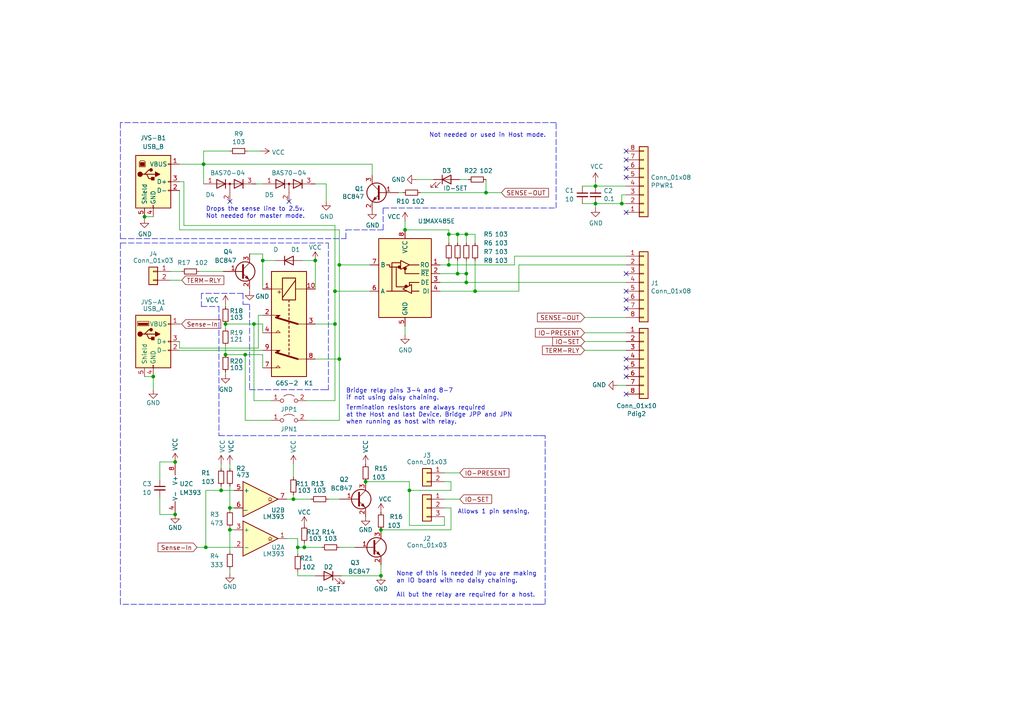
<source format=kicad_sch>
(kicad_sch (version 20211123) (generator eeschema)
  (paper "A4")
  (title_block (title "JVS I/O Sheild") (date "2022-10-13") (rev "1") (company "Naoki's Retro Corner"))
  (lib_symbols
    (symbol "Comparator:LM393" (pin_names (offset 0.127))
      (property "Reference" "U" (at 3.81 3.81 0))
      (property "Value" "LM393" (at 6.35 -3.81 0))
      (symbol "LM393_1_1"
        (polyline (pts (xy -5.08 5.08) (xy 5.08 0) (xy -5.08 -5.08) (xy -5.08 5.08)) (stroke (width 0.254)) (fill (type background)))
        (polyline (pts (xy 3.302 -0.508) (xy 2.794 -0.508) (xy 3.302 0) (xy 2.794 0.508) (xy 2.286 0) (xy 2.794 -0.508) (xy 2.286 -0.508)) (stroke (width 0.127)))
        (pin open_collector line (at 7.62 0 180) (length 2.54) (name "~") (number "1"))
        (pin input line (at -7.62 -2.54 0) (length 2.54) (name "-") (number "2"))
        (pin input line (at -7.62 2.54 0) (length 2.54) (name "+") (number "3"))
      )
      (symbol "LM393_2_1"
        (polyline (pts (xy -5.08 5.08) (xy 5.08 0) (xy -5.08 -5.08) (xy -5.08 5.08)) (stroke (width 0.254)) (fill (type background)))
        (polyline (pts (xy 3.302 -0.508) (xy 2.794 -0.508) (xy 3.302 0) (xy 2.794 0.508) (xy 2.286 0) (xy 2.794 -0.508) (xy 2.286 -0.508)) (stroke (width 0.127)))
        (pin input line (at -7.62 2.54 0) (length 2.54) (name "+") (number "5"))
        (pin input line (at -7.62 -2.54 0) (length 2.54) (name "_") (number "6"))
        (pin open_collector line (at 7.62 0 180) (length 2.54) (name "~") (number "7"))
      )
      (symbol "LM393_3_1"
        (pin power_in line (at -2.54 -7.62 90) (length 3.81) (name "V-") (number "4"))
        (pin power_in line (at -2.54 7.62 270) (length 3.81) (name "V+") (number "8"))
      )
    )
    (symbol "Connector:USB_A" (pin_names (offset 1.016))
      (property "Reference" "J" (at -5.08 11.43 0))
      (property "Value" "USB_A" (at -5.08 8.89 0))
      (symbol "USB_A_0_1"
        (rectangle (start -5.08 -7.62) (end 5.08 7.62) (stroke (width 0.254)) (fill (type background)))
        (circle (center -3.81 2.159) (radius 0.635) (stroke (width 0.254)) (fill (type outline)))
        (rectangle (start -1.524 4.826) (end -4.318 5.334) (fill (type outline)))
        (rectangle (start -1.27 4.572) (end -4.572 5.842))
        (circle (center -0.635 3.429) (radius 0.381) (stroke (width 0.254)) (fill (type outline)))
        (rectangle (start -0.127 -7.62) (end 0.127 -6.858))
        (polyline (pts (xy -3.175 2.159) (xy -2.54 2.159) (xy -1.27 3.429) (xy -0.635 3.429)) (stroke (width 0.254)))
        (polyline (pts (xy -2.54 2.159) (xy -1.905 2.159) (xy -1.27 0.889) (xy 0 0.889)) (stroke (width 0.254)))
        (polyline (pts (xy 0.635 2.794) (xy 0.635 1.524) (xy 1.905 2.159) (xy 0.635 2.794)) (stroke (width 0.254)) (fill (type outline)))
        (rectangle (start 0.254 1.27) (end -0.508 0.508) (stroke (width 0.254)) (fill (type outline)))
        (rectangle (start 5.08 -2.667) (end 4.318 -2.413))
        (rectangle (start 5.08 -0.127) (end 4.318 0.127))
        (rectangle (start 5.08 4.953) (end 4.318 5.207))
      )
      (symbol "USB_A_1_1"
        (polyline (pts (xy -1.905 2.159) (xy 0.635 2.159)) (stroke (width 0.254)))
        (pin power_in line (at 7.62 5.08 180) (length 2.54) (name "VBUS") (number "1"))
        (pin bidirectional line (at 7.62 -2.54 180) (length 2.54) (name "D-") (number "2"))
        (pin bidirectional line (at 7.62 0 180) (length 2.54) (name "D+") (number "3"))
        (pin power_in line (at 0 -10.16 90) (length 2.54) (name "GND") (number "4"))
        (pin passive line (at -2.54 -10.16 90) (length 2.54) (name "Shield") (number "5"))
      )
    )
    (symbol "Connector:USB_B" (pin_names (offset 1.016))
      (property "Reference" "J" (at -5.08 11.43 0))
      (property "Value" "USB_B" (at -5.08 8.89 0))
      (symbol "USB_B_0_1"
        (rectangle (start -5.08 -7.62) (end 5.08 7.62) (stroke (width 0.254)) (fill (type background)))
        (circle (center -3.81 2.159) (radius 0.635) (stroke (width 0.254)) (fill (type outline)))
        (rectangle (start -3.81 5.588) (end -2.54 4.572) (fill (type outline)))
        (circle (center -0.635 3.429) (radius 0.381) (stroke (width 0.254)) (fill (type outline)))
        (rectangle (start -0.127 -7.62) (end 0.127 -6.858))
        (polyline (pts (xy -1.905 2.159) (xy 0.635 2.159)) (stroke (width 0.254)))
        (polyline (pts (xy -3.175 2.159) (xy -2.54 2.159) (xy -1.27 3.429) (xy -0.635 3.429)) (stroke (width 0.254)))
        (polyline (pts (xy -2.54 2.159) (xy -1.905 2.159) (xy -1.27 0.889) (xy 0 0.889)) (stroke (width 0.254)))
        (polyline (pts (xy 0.635 2.794) (xy 0.635 1.524) (xy 1.905 2.159) (xy 0.635 2.794)) (stroke (width 0.254)) (fill (type outline)))
        (polyline (pts (xy -4.064 4.318) (xy -2.286 4.318) (xy -2.286 5.715) (xy -2.667 6.096) (xy -3.683 6.096) (xy -4.064 5.715) (xy -4.064 4.318)))
        (rectangle (start 0.254 1.27) (end -0.508 0.508) (stroke (width 0.254)) (fill (type outline)))
        (rectangle (start 5.08 -2.667) (end 4.318 -2.413))
        (rectangle (start 5.08 -0.127) (end 4.318 0.127))
        (rectangle (start 5.08 4.953) (end 4.318 5.207))
      )
      (symbol "USB_B_1_1"
        (pin power_out line (at 7.62 5.08 180) (length 2.54) (name "VBUS") (number "1"))
        (pin bidirectional line (at 7.62 -2.54 180) (length 2.54) (name "D-") (number "2"))
        (pin bidirectional line (at 7.62 0 180) (length 2.54) (name "D+") (number "3"))
        (pin power_out line (at 0 -10.16 90) (length 2.54) (name "GND") (number "4"))
        (pin passive line (at -2.54 -10.16 90) (length 2.54) (name "Shield") (number "5"))
      )
    )
    (symbol "Connector_Generic:Conn_01x02" (pin_names (offset 1.016) hide)
      (property "Reference" "J" (at 0 2.54 0))
      (property "Value" "Conn_01x02" (at 0 -5.08 0))
      (symbol "Conn_01x02_1_1"
        (rectangle (start -1.27 -2.413) (end 0 -2.667) (stroke (width 0.1524)))
        (rectangle (start -1.27 0.127) (end 0 -0.127) (stroke (width 0.1524)))
        (rectangle (start -1.27 1.27) (end 1.27 -3.81) (stroke (width 0.254)) (fill (type background)))
        (pin passive line (at -5.08 0 0) (length 3.81) (name "Pin_1") (number "1"))
        (pin passive line (at -5.08 -2.54 0) (length 3.81) (name "Pin_2") (number "2"))
      )
    )
    (symbol "Connector_Generic:Conn_01x03" (pin_names (offset 1.016) hide)
      (property "Reference" "J" (at 0 5.08 0))
      (property "Value" "Conn_01x03" (at 0 -5.08 0))
      (symbol "Conn_01x03_1_1"
        (rectangle (start -1.27 -2.413) (end 0 -2.667) (stroke (width 0.1524)))
        (rectangle (start -1.27 0.127) (end 0 -0.127) (stroke (width 0.1524)))
        (rectangle (start -1.27 2.667) (end 0 2.413) (stroke (width 0.1524)))
        (rectangle (start -1.27 3.81) (end 1.27 -3.81) (stroke (width 0.254)) (fill (type background)))
        (pin passive line (at -5.08 2.54 0) (length 3.81) (name "Pin_1") (number "1"))
        (pin passive line (at -5.08 0 0) (length 3.81) (name "Pin_2") (number "2"))
        (pin passive line (at -5.08 -2.54 0) (length 3.81) (name "Pin_3") (number "3"))
      )
    )
    (symbol "Connector_Generic:Conn_01x08" (pin_names (offset 1.016) hide)
      (property "Reference" "J" (at 0 10.16 0))
      (property "Value" "Conn_01x08" (at 0 -12.7 0))
      (symbol "Conn_01x08_1_1"
        (rectangle (start -1.27 -10.033) (end 0 -10.287) (stroke (width 0.1524)))
        (rectangle (start -1.27 -7.493) (end 0 -7.747) (stroke (width 0.1524)))
        (rectangle (start -1.27 -4.953) (end 0 -5.207) (stroke (width 0.1524)))
        (rectangle (start -1.27 -2.413) (end 0 -2.667) (stroke (width 0.1524)))
        (rectangle (start -1.27 0.127) (end 0 -0.127) (stroke (width 0.1524)))
        (rectangle (start -1.27 2.667) (end 0 2.413) (stroke (width 0.1524)))
        (rectangle (start -1.27 5.207) (end 0 4.953) (stroke (width 0.1524)))
        (rectangle (start -1.27 7.747) (end 0 7.493) (stroke (width 0.1524)))
        (rectangle (start -1.27 8.89) (end 1.27 -11.43) (stroke (width 0.254)) (fill (type background)))
        (pin passive line (at -5.08 7.62 0) (length 3.81) (name "Pin_1") (number "1"))
        (pin passive line (at -5.08 5.08 0) (length 3.81) (name "Pin_2") (number "2"))
        (pin passive line (at -5.08 2.54 0) (length 3.81) (name "Pin_3") (number "3"))
        (pin passive line (at -5.08 0 0) (length 3.81) (name "Pin_4") (number "4"))
        (pin passive line (at -5.08 -2.54 0) (length 3.81) (name "Pin_5") (number "5"))
        (pin passive line (at -5.08 -5.08 0) (length 3.81) (name "Pin_6") (number "6"))
        (pin passive line (at -5.08 -7.62 0) (length 3.81) (name "Pin_7") (number "7"))
        (pin passive line (at -5.08 -10.16 0) (length 3.81) (name "Pin_8") (number "8"))
      )
    )
    (symbol "Device:C_Small" (pin_numbers hide) (pin_names (offset 0.254) hide)
      (property "Reference" "C" (at 0.254 1.778 0))
      (property "Value" "C_Small" (at 0.254 -2.032 0))
      (symbol "C_Small_0_1"
        (polyline (pts (xy -1.524 -0.508) (xy 1.524 -0.508)) (stroke (width 0.3302)))
        (polyline (pts (xy -1.524 0.508) (xy 1.524 0.508)) (stroke (width 0.3048)))
      )
      (symbol "C_Small_1_1"
        (pin passive line (at 0 2.54 270) (length 2.032) (name "~") (number "1"))
        (pin passive line (at 0 -2.54 90) (length 2.032) (name "~") (number "2"))
      )
    )
    (symbol "Device:D" (pin_numbers hide) (pin_names (offset 1.016) hide)
      (property "Reference" "D" (at 0 2.54 0))
      (property "Value" "D" (at 0 -2.54 0))
      (symbol "D_0_1"
        (polyline (pts (xy -1.27 1.27) (xy -1.27 -1.27)) (stroke (width 0.254)))
        (polyline (pts (xy 1.27 0) (xy -1.27 0)))
        (polyline (pts (xy 1.27 1.27) (xy 1.27 -1.27) (xy -1.27 0) (xy 1.27 1.27)) (stroke (width 0.254)))
      )
      (symbol "D_1_1"
        (pin passive line (at -3.81 0 0) (length 2.54) (name "K") (number "1"))
        (pin passive line (at 3.81 0 180) (length 2.54) (name "A") (number "2"))
      )
    )
    (symbol "Device:D_Dual_Series_ACK" (pin_names (offset 0.762) hide)
      (property "Reference" "D" (at 1.27 -2.54 0))
      (property "Value" "D_Dual_Series_ACK" (at 0 2.54 0))
      (symbol "D_Dual_Series_ACK_0_1"
        (polyline (pts (xy 0 0) (xy 0 -2.54)))
        (polyline (pts (xy 3.81 0) (xy -3.81 0)))
        (polyline (pts (xy 6.35 0) (xy 7.62 0)))
        (polyline (pts (xy -1.27 -1.27) (xy -1.27 1.27) (xy -1.27 1.27)) (stroke (width 0.254)))
        (polyline (pts (xy 3.81 1.27) (xy 3.81 -1.27) (xy 3.81 -1.27)) (stroke (width 0.254)))
        (polyline (pts (xy -3.81 1.27) (xy -1.27 0) (xy -3.81 -1.27) (xy -3.81 1.27) (xy -3.81 1.27) (xy -3.81 1.27)) (stroke (width 0.254)))
        (polyline (pts (xy 1.27 1.27) (xy 3.81 0) (xy 1.27 -1.27) (xy 1.27 1.27) (xy 1.27 1.27) (xy 1.27 1.27)) (stroke (width 0.254)))
        (circle (center 0 0) (radius 0.254) (fill (type outline)))
        (pin passive line (at -7.62 0 0) (length 3.81) (name "A") (number "1"))
        (pin passive line (at 0 -5.08 90) (length 2.54) (name "common") (number "2"))
        (pin passive line (at 7.62 0 180) (length 3.81) (name "K") (number "3"))
      )
    )
    (symbol "Device:LED" (pin_numbers hide) (pin_names (offset 1.016) hide)
      (property "Reference" "D" (at 0 2.54 0))
      (property "Value" "LED" (at 0 -2.54 0))
      (symbol "LED_0_1"
        (polyline (pts (xy -1.27 -1.27) (xy -1.27 1.27)) (stroke (width 0.254)))
        (polyline (pts (xy -1.27 0) (xy 1.27 0)))
        (polyline (pts (xy 1.27 -1.27) (xy 1.27 1.27) (xy -1.27 0) (xy 1.27 -1.27)) (stroke (width 0.254)))
        (polyline (pts (xy -3.048 -0.762) (xy -4.572 -2.286) (xy -3.81 -2.286) (xy -4.572 -2.286) (xy -4.572 -1.524)))
        (polyline (pts (xy -1.778 -0.762) (xy -3.302 -2.286) (xy -2.54 -2.286) (xy -3.302 -2.286) (xy -3.302 -1.524)))
      )
      (symbol "LED_1_1"
        (pin passive line (at -3.81 0 0) (length 2.54) (name "K") (number "1"))
        (pin passive line (at 3.81 0 180) (length 2.54) (name "A") (number "2"))
      )
    )
    (symbol "Device:R_Small" (pin_numbers hide) (pin_names (offset 0.254) hide)
      (property "Reference" "R" (at 0.762 0.508 0))
      (property "Value" "R_Small" (at 0.762 -1.016 0))
      (symbol "R_Small_0_1"
        (rectangle (start -0.762 1.778) (end 0.762 -1.778) (stroke (width 0.2032)))
      )
      (symbol "R_Small_1_1"
        (pin passive line (at 0 2.54 270) (length 0.762) (name "~") (number "1"))
        (pin passive line (at 0 -2.54 90) (length 0.762) (name "~") (number "2"))
      )
    )
    (symbol "Interface_UART:MAX485E"
      (property "Reference" "U" (at -6.096 11.43 0))
      (property "Value" "MAX485E" (at 0.762 11.43 0))
      (symbol "MAX485E_0_1"
        (rectangle (start -7.62 10.16) (end 7.62 -12.7) (stroke (width 0.254)) (fill (type background)))
        (circle (center -0.3048 -3.683) (radius 0.3556) (stroke (width 0.254)) (fill (type outline)))
        (circle (center -0.0254 1.4986) (radius 0.3556) (stroke (width 0.254)) (fill (type outline)))
        (polyline (pts (xy -4.064 -5.08) (xy -1.905 -5.08)) (stroke (width 0.254)))
        (polyline (pts (xy -4.064 2.54) (xy -1.27 2.54)) (stroke (width 0.254)))
        (polyline (pts (xy -1.27 -3.2004) (xy -1.27 -3.4544)) (stroke (width 0.254)))
        (polyline (pts (xy -0.635 -5.08) (xy 5.334 -5.08)) (stroke (width 0.254)))
        (polyline (pts (xy -4.064 -2.54) (xy -1.27 -2.54) (xy -1.27 -3.175)) (stroke (width 0.254)))
        (polyline (pts (xy 0 1.27) (xy 0 0) (xy -4.064 0)) (stroke (width 0.254)))
        (polyline (pts (xy 1.27 3.175) (xy 3.81 3.175) (xy 3.81 -5.08)) (stroke (width 0.254)))
        (polyline (pts (xy 2.54 1.905) (xy 2.54 -3.81) (xy 0 -3.81)) (stroke (width 0.254)))
        (polyline (pts (xy -1.905 -3.175) (xy -1.905 -5.715) (xy 0.635 -4.445) (xy -1.905 -3.175)) (stroke (width 0.254)))
        (polyline (pts (xy -1.27 2.54) (xy 1.27 3.81) (xy 1.27 1.27) (xy -1.27 2.54)) (stroke (width 0.254)))
        (polyline (pts (xy 1.905 1.905) (xy 4.445 1.905) (xy 4.445 2.54) (xy 5.334 2.54)) (stroke (width 0.254)))
        (rectangle (start 1.27 3.175) (end 1.27 3.175))
        (circle (center 1.651 1.905) (radius 0.3556) (stroke (width 0.254)) (fill (type outline)))
      )
      (symbol "MAX485E_1_1"
        (pin output line (at -10.16 2.54 0) (length 2.54) (name "RO") (number "1"))
        (pin input line (at -10.16 0 0) (length 2.54) (name "~{RE}") (number "2"))
        (pin input line (at -10.16 -2.54 0) (length 2.54) (name "DE") (number "3"))
        (pin input line (at -10.16 -5.08 0) (length 2.54) (name "DI") (number "4"))
        (pin power_in line (at 0 -15.24 90) (length 2.54) (name "GND") (number "5"))
        (pin bidirectional line (at 10.16 -5.08 180) (length 2.54) (name "A") (number "6"))
        (pin bidirectional line (at 10.16 2.54 180) (length 2.54) (name "B") (number "7"))
        (pin power_in line (at 0 12.7 270) (length 2.54) (name "VCC") (number "8"))
      )
    )
    (symbol "Jumper:Jumper_2_Open" (pin_names (offset 0) hide)
      (property "Reference" "JP" (at 0 2.794 0))
      (property "Value" "Jumper_2_Open" (at 0 -2.286 0))
      (symbol "Jumper_2_Open_0_0"
        (circle (center -2.032 0) (radius 0.508))
        (circle (center 2.032 0) (radius 0.508))
      )
      (symbol "Jumper_2_Open_0_1"
        (arc (start 1.524 1.27) (mid 0 1.778) (end -1.524 1.27))
      )
      (symbol "Jumper_2_Open_1_1"
        (pin passive line (at -5.08 0 0) (length 2.54) (name "A") (number "1"))
        (pin passive line (at 5.08 0 180) (length 2.54) (name "B") (number "2"))
      )
    )
    (symbol "Relay:G6H-2"
      (property "Reference" "K1" (at 0 20.955 90))
      (property "Value" "G6S-2" (at 0 18.415 90))
      (symbol "G6H-2_0_0"
        (text "+" (at -9.271 2.921 0) (effects (font (size 1.27 1.27))))
      )
      (symbol "G6H-2_0_1"
        (rectangle (start -15.24 5.08) (end 15.24 -5.08) (stroke (width 0.254)) (fill (type background)))
        (rectangle (start -13.335 1.905) (end -6.985 -1.905) (stroke (width 0.254)))
        (polyline (pts (xy -12.7 -1.905) (xy -7.62 1.905)) (stroke (width 0.254)))
        (polyline (pts (xy -10.16 -5.08) (xy -10.16 -1.905)))
        (polyline (pts (xy -10.16 5.08) (xy -10.16 1.905)))
        (polyline (pts (xy -6.985 0) (xy -6.35 0)) (stroke (width 0.254)))
        (polyline (pts (xy -5.715 0) (xy -5.08 0)) (stroke (width 0.254)))
        (polyline (pts (xy -4.445 0) (xy -3.81 0)) (stroke (width 0.254)))
        (polyline (pts (xy -3.175 0) (xy -2.54 0)) (stroke (width 0.254)))
        (polyline (pts (xy -1.905 0) (xy -1.27 0)) (stroke (width 0.254)))
        (polyline (pts (xy -0.635 0) (xy 0 0)) (stroke (width 0.254)))
        (polyline (pts (xy 0 -2.54) (xy -1.905 3.81)) (stroke (width 0.508)))
        (polyline (pts (xy 0 -2.54) (xy 0 -5.08)))
        (polyline (pts (xy 0.635 0) (xy 1.27 0)) (stroke (width 0.254)))
        (polyline (pts (xy 1.905 0) (xy 2.54 0)) (stroke (width 0.254)))
        (polyline (pts (xy 3.175 0) (xy 3.81 0)) (stroke (width 0.254)))
        (polyline (pts (xy 4.445 0) (xy 5.08 0)) (stroke (width 0.254)))
        (polyline (pts (xy 5.715 0) (xy 6.35 0)) (stroke (width 0.254)))
        (polyline (pts (xy 6.985 0) (xy 7.62 0)) (stroke (width 0.254)))
        (polyline (pts (xy 8.255 0) (xy 8.89 0)) (stroke (width 0.254)))
        (polyline (pts (xy 10.16 -2.54) (xy 8.255 3.81)) (stroke (width 0.508)))
        (polyline (pts (xy 10.16 -2.54) (xy 10.16 -5.08)))
        (polyline (pts (xy -2.54 5.08) (xy -2.54 2.54) (xy -1.905 3.175) (xy -2.54 3.81)) (fill (type outline)))
        (polyline (pts (xy 2.54 5.08) (xy 2.54 2.54) (xy 1.905 3.175) (xy 2.54 3.81)))
        (polyline (pts (xy 7.62 5.08) (xy 7.62 2.54) (xy 8.255 3.175) (xy 7.62 3.81)) (fill (type outline)))
        (polyline (pts (xy 12.7 5.08) (xy 12.7 2.54) (xy 12.065 3.175) (xy 12.7 3.81)))
      )
      (symbol "G6H-2_1_1"
        (pin passive line (at -10.16 7.62 270) (length 2.54) (name "~") (number "1"))
        (pin passive line (at -10.16 -7.62 90) (length 2.54) (name "~") (number "10"))
        (pin passive line (at -2.54 7.62 270) (length 2.54) (name "~") (number "2"))
        (pin passive line (at 0 -7.62 90) (length 2.54) (name "~") (number "3"))
        (pin passive line (at 2.54 7.62 270) (length 2.54) (name "~") (number "4"))
        (pin passive line (at 12.7 7.62 270) (length 2.54) (name "~") (number "7"))
        (pin passive line (at 10.16 -7.62 90) (length 2.54) (name "~") (number "8"))
        (pin passive line (at 7.62 7.62 270) (length 2.54) (name "~") (number "9"))
      )
    )
    (symbol "Transistor_BJT:BC847" (pin_names (offset 0) hide)
      (property "Reference" "Q" (at 5.08 1.905 0))
      (property "Value" "BC847" (at 5.08 0 0))
      (symbol "BC847_0_1"
        (polyline (pts (xy 0.635 0.635) (xy 2.54 2.54)))
        (polyline (pts (xy 0.635 -0.635) (xy 2.54 -2.54) (xy 2.54 -2.54)))
        (polyline (pts (xy 0.635 1.905) (xy 0.635 -1.905) (xy 0.635 -1.905)) (stroke (width 0.508)))
        (polyline (pts (xy 1.27 -1.778) (xy 1.778 -1.27) (xy 2.286 -2.286) (xy 1.27 -1.778) (xy 1.27 -1.778)) (fill (type outline)))
        (circle (center 1.27 0) (radius 2.8194) (stroke (width 0.254)))
      )
      (symbol "BC847_1_1"
        (pin input line (at -5.08 0 0) (length 5.715) (name "B") (number "1"))
        (pin passive line (at 2.54 -5.08 90) (length 2.54) (name "E") (number "2"))
        (pin passive line (at 2.54 5.08 270) (length 2.54) (name "C") (number "3"))
      )
    )
    (symbol "power:GND" (power) (pin_names (offset 0))
      (property "Value" "GND" (at 0 -3.81 0))
      (symbol "GND_0_1"
        (polyline (pts (xy 0 0) (xy 0 -1.27) (xy 1.27 -1.27) (xy 0 -2.54) (xy -1.27 -1.27) (xy 0 -1.27)))
      )
      (symbol "GND_1_1"
        (pin power_in line (at 0 0 270) (length 0) hide (name "GND") (number "1"))
      )
    )
    (symbol "power:VCC" (power) (pin_names (offset 0))
      (property "Value" "VCC" (at 0 3.81 0))
      (symbol "VCC_0_1"
        (polyline (pts (xy -0.762 1.27) (xy 0 2.54)))
        (polyline (pts (xy 0 0) (xy 0 2.54)))
        (polyline (pts (xy 0 2.54) (xy 0.762 1.27)))
      )
      (symbol "VCC_1_1"
        (pin power_in line (at 0 0 90) (length 0) hide (name "VCC") (number "1"))
      )
    )
  )
  (junction (at 130.175 76.835))
  (junction (at 88.265 158.75))
  (junction (at 59.69 158.75))
  (junction (at 85.09 144.78))
  (junction (at 180.34 59.055))
  (junction (at 65.405 102.87))
  (junction (at 41.91 62.865))
  (junction (at 86.36 158.75))
  (junction (at 65.405 93.98))
  (junction (at 135.255 67.945))
  (junction (at 98.425 76.835))
  (junction (at 50.8 133.985))
  (junction (at 66.675 147.32))
  (junction (at 91.44 75.565))
  (junction (at 135.255 79.375))
  (junction (at 97.155 84.455))
  (junction (at 110.49 167.005))
  (junction (at 130.175 67.945))
  (junction (at 140.97 55.88))
  (junction (at 71.12 102.87))
  (junction (at 172.72 59.055))
  (junction (at 44.45 109.22))
  (junction (at 66.675 153.67))
  (junction (at 50.8 149.225))
  (junction (at 135.255 81.915))
  (junction (at 98.425 104.14))
  (junction (at 172.72 53.975))
  (junction (at 97.155 93.98))
  (junction (at 106.045 139.7))
  (junction (at 132.715 67.945))
  (junction (at 73.66 93.98))
  (junction (at 64.135 142.24))
  (junction (at 59.055 47.625))
  (junction (at 110.49 153.67))
  (junction (at 137.795 84.455))
  (junction (at 76.2 75.565))
  (junction (at 118.745 142.24))
  (junction (at 132.715 79.375))
  (junction (at 117.475 66.675))
  (no_connect (at 181.61 61.595))
  (no_connect (at 181.61 109.22))
  (no_connect (at 181.61 106.68))
  (no_connect (at 181.61 84.455))
  (no_connect (at 181.61 43.815))
  (no_connect (at 181.61 89.535))
  (no_connect (at 181.61 46.355))
  (no_connect (at 181.61 114.3))
  (no_connect (at 181.61 104.14))
  (no_connect (at 181.61 79.375))
  (no_connect (at 181.61 51.435))
  (no_connect (at 181.61 86.995))
  (no_connect (at 83.82 58.42))
  (no_connect (at 66.675 58.42))
  (no_connect (at 181.61 48.895))
  (wire (pts (xy 130.81 147.32) (xy 130.81 153.67)))
  (wire (pts (xy 52.07 93.98) (xy 52.705 93.98)))
  (wire (pts (xy 91.44 53.34) (xy 94.615 53.34)))
  (wire (pts (xy 135.255 79.375) (xy 135.255 75.565)))
  (polyline (pts (xy 70.485 85.09) (xy 70.485 88.265)))
  (wire (pts (xy 52.07 101.6) (xy 76.2 101.6)))
  (wire (pts (xy 117.475 66.675) (xy 130.175 66.675)))
  (wire (pts (xy 72.39 83.82) (xy 72.39 84.455)))
  (wire (pts (xy 64.135 134.62) (xy 64.135 135.89)))
  (wire (pts (xy 57.785 78.74) (xy 64.77 78.74)))
  (wire (pts (xy 78.74 116.205) (xy 73.66 116.205)))
  (wire (pts (xy 180.34 56.515) (xy 181.61 56.515)))
  (wire (pts (xy 66.675 134.62) (xy 66.675 135.89)))
  (wire (pts (xy 66.675 166.37) (xy 66.675 165.1)))
  (wire (pts (xy 110.49 153.67) (xy 130.81 153.67)))
  (wire (pts (xy 74.295 53.34) (xy 76.2 53.34)))
  (wire (pts (xy 94.615 53.34) (xy 94.615 58.42)))
  (polyline (pts (xy 100.33 66.675) (xy 111.125 66.675)))
  (polyline (pts (xy 111.125 60.325) (xy 161.29 60.325)))
  (wire (pts (xy 66.675 153.67) (xy 67.945 153.67)))
  (wire (pts (xy 107.95 47.625) (xy 107.95 50.8)))
  (wire (pts (xy 67.945 147.32) (xy 66.675 147.32)))
  (wire (pts (xy 59.69 142.24) (xy 59.69 158.75)))
  (wire (pts (xy 135.255 81.915) (xy 181.61 81.915)))
  (wire (pts (xy 65.405 93.98) (xy 65.405 95.25)))
  (wire (pts (xy 53.34 65.405) (xy 53.34 52.705)))
  (polyline (pts (xy 156.21 175.26) (xy 158.115 175.26)))
  (wire (pts (xy 41.91 62.865) (xy 41.91 63.5)))
  (wire (pts (xy 74.93 91.44) (xy 74.93 100.965)))
  (wire (pts (xy 76.2 93.98) (xy 76.2 96.52)))
  (wire (pts (xy 130.81 139.7) (xy 128.905 139.7)))
  (wire (pts (xy 98.425 158.75) (xy 102.87 158.75)))
  (wire (pts (xy 74.93 91.44) (xy 76.2 91.44)))
  (wire (pts (xy 121.92 55.88) (xy 140.97 55.88)))
  (polyline (pts (xy 70.485 88.265) (xy 72.39 88.265)))
  (wire (pts (xy 128.905 137.16) (xy 133.35 137.16)))
  (wire (pts (xy 88.265 157.48) (xy 88.265 158.75)))
  (wire (pts (xy 132.715 67.945) (xy 132.715 70.485)))
  (wire (pts (xy 65.405 107.95) (xy 65.405 108.585)))
  (wire (pts (xy 169.545 101.6) (xy 181.61 101.6)))
  (wire (pts (xy 59.055 43.815) (xy 66.675 43.815)))
  (wire (pts (xy 52.07 47.625) (xy 59.055 47.625)))
  (polyline (pts (xy 70.485 85.09) (xy 58.42 85.09)))
  (wire (pts (xy 110.49 163.83) (xy 110.49 167.005)))
  (wire (pts (xy 135.255 67.945) (xy 132.715 67.945)))
  (polyline (pts (xy 72.39 88.265) (xy 72.39 113.03)))
  (wire (pts (xy 66.675 147.32) (xy 66.675 147.955)))
  (wire (pts (xy 150.495 84.455) (xy 137.795 84.455)))
  (wire (pts (xy 137.795 84.455) (xy 137.795 75.565)))
  (wire (pts (xy 135.255 70.485) (xy 135.255 67.945)))
  (wire (pts (xy 65.405 88.265) (xy 65.405 88.9)))
  (wire (pts (xy 172.72 59.055) (xy 172.72 60.325)))
  (wire (pts (xy 46.355 133.985) (xy 46.355 139.065)))
  (wire (pts (xy 117.475 97.155) (xy 117.475 94.615)))
  (wire (pts (xy 130.81 142.24) (xy 130.81 139.7)))
  (polyline (pts (xy 34.925 77.47) (xy 34.925 175.26)))
  (wire (pts (xy 71.12 102.87) (xy 65.405 102.87)))
  (wire (pts (xy 85.09 134.62) (xy 85.09 138.43)))
  (wire (pts (xy 140.97 55.88) (xy 145.415 55.88)))
  (wire (pts (xy 85.09 144.78) (xy 90.17 144.78)))
  (wire (pts (xy 137.795 67.945) (xy 135.255 67.945)))
  (polyline (pts (xy 156.21 175.26) (xy 34.925 175.26)))
  (wire (pts (xy 97.155 65.405) (xy 97.155 84.455)))
  (wire (pts (xy 49.53 81.28) (xy 52.705 81.28)))
  (polyline (pts (xy 63.5 126.365) (xy 95.25 126.365)))
  (wire (pts (xy 97.155 84.455) (xy 107.315 84.455)))
  (wire (pts (xy 169.545 99.06) (xy 181.61 99.06)))
  (wire (pts (xy 91.44 75.565) (xy 87.63 75.565)))
  (wire (pts (xy 172.72 59.055) (xy 180.34 59.055)))
  (polyline (pts (xy 34.925 70.485) (xy 95.25 70.485)))
  (wire (pts (xy 52.07 100.965) (xy 74.93 100.965)))
  (wire (pts (xy 130.175 67.945) (xy 132.715 67.945)))
  (wire (pts (xy 41.91 62.865) (xy 44.45 62.865)))
  (wire (pts (xy 128.905 144.78) (xy 133.35 144.78)))
  (polyline (pts (xy 34.925 35.56) (xy 34.925 69.215)))
  (wire (pts (xy 72.39 73.66) (xy 76.2 73.66)))
  (wire (pts (xy 64.135 142.24) (xy 67.945 142.24)))
  (wire (pts (xy 49.53 78.74) (xy 52.705 78.74)))
  (wire (pts (xy 181.61 111.76) (xy 179.07 111.76)))
  (wire (pts (xy 76.2 75.565) (xy 80.01 75.565)))
  (wire (pts (xy 88.265 158.75) (xy 93.345 158.75)))
  (wire (pts (xy 117.475 64.135) (xy 117.475 66.675)))
  (wire (pts (xy 169.545 92.075) (xy 181.61 92.075)))
  (polyline (pts (xy 158.115 126.365) (xy 156.21 126.365)))
  (wire (pts (xy 65.405 100.33) (xy 65.405 102.87)))
  (wire (pts (xy 59.055 43.815) (xy 59.055 47.625)))
  (wire (pts (xy 118.745 142.24) (xy 130.81 142.24)))
  (wire (pts (xy 150.495 76.835) (xy 181.61 76.835)))
  (wire (pts (xy 132.715 79.375) (xy 132.715 75.565)))
  (wire (pts (xy 86.36 158.75) (xy 88.265 158.75)))
  (wire (pts (xy 41.91 109.22) (xy 44.45 109.22)))
  (polyline (pts (xy 72.39 113.03) (xy 95.25 113.03)))
  (wire (pts (xy 59.055 47.625) (xy 59.055 53.34)))
  (wire (pts (xy 127.635 81.915) (xy 135.255 81.915)))
  (wire (pts (xy 64.135 140.97) (xy 64.135 142.24)))
  (wire (pts (xy 118.745 139.7) (xy 118.745 142.24)))
  (wire (pts (xy 52.07 66.675) (xy 98.425 66.675)))
  (wire (pts (xy 130.175 76.835) (xy 130.175 75.565)))
  (wire (pts (xy 86.36 158.75) (xy 86.36 160.655)))
  (wire (pts (xy 149.225 74.295) (xy 181.61 74.295)))
  (wire (pts (xy 98.425 76.835) (xy 98.425 104.14)))
  (wire (pts (xy 149.225 74.295) (xy 149.225 76.835)))
  (wire (pts (xy 135.255 81.915) (xy 135.255 79.375)))
  (wire (pts (xy 180.34 59.055) (xy 180.34 56.515)))
  (wire (pts (xy 52.07 52.705) (xy 53.34 52.705)))
  (wire (pts (xy 59.69 158.75) (xy 67.945 158.75)))
  (wire (pts (xy 168.91 53.975) (xy 172.72 53.975)))
  (wire (pts (xy 97.155 116.205) (xy 97.155 93.98)))
  (wire (pts (xy 130.175 66.675) (xy 130.175 67.945)))
  (wire (pts (xy 76.2 83.82) (xy 76.2 75.565)))
  (wire (pts (xy 50.8 149.225) (xy 46.355 149.225)))
  (polyline (pts (xy 95.25 126.365) (xy 156.21 126.365)))
  (wire (pts (xy 120.65 52.07) (xy 125.73 52.07)))
  (wire (pts (xy 99.06 167.005) (xy 110.49 167.005)))
  (wire (pts (xy 118.745 142.24) (xy 118.745 152.4)))
  (wire (pts (xy 85.09 143.51) (xy 85.09 144.78)))
  (wire (pts (xy 132.715 79.375) (xy 135.255 79.375)))
  (wire (pts (xy 150.495 76.835) (xy 150.495 84.455)))
  (wire (pts (xy 71.755 43.815) (xy 75.565 43.815)))
  (wire (pts (xy 91.44 167.005) (xy 86.36 167.005)))
  (wire (pts (xy 127.635 76.835) (xy 130.175 76.835)))
  (wire (pts (xy 169.545 96.52) (xy 181.61 96.52)))
  (wire (pts (xy 172.72 59.055) (xy 168.91 59.055)))
  (wire (pts (xy 91.44 83.82) (xy 91.44 75.565)))
  (polyline (pts (xy 158.115 175.26) (xy 158.115 126.365)))
  (wire (pts (xy 181.61 59.055) (xy 180.34 59.055)))
  (wire (pts (xy 66.675 140.97) (xy 66.675 147.32)))
  (wire (pts (xy 91.44 104.14) (xy 98.425 104.14)))
  (wire (pts (xy 97.155 65.405) (xy 53.34 65.405)))
  (polyline (pts (xy 95.25 70.485) (xy 95.25 113.03)))
  (polyline (pts (xy 161.29 35.56) (xy 34.925 35.56)))
  (wire (pts (xy 91.44 93.98) (xy 97.155 93.98)))
  (wire (pts (xy 172.72 53.975) (xy 181.61 53.975)))
  (polyline (pts (xy 34.925 70.485) (xy 34.925 78.105)))
  (wire (pts (xy 44.45 109.22) (xy 44.45 113.03)))
  (wire (pts (xy 88.9 116.205) (xy 97.155 116.205)))
  (wire (pts (xy 98.425 76.835) (xy 98.425 66.675)))
  (wire (pts (xy 115.57 55.88) (xy 116.84 55.88)))
  (wire (pts (xy 52.07 99.06) (xy 52.07 100.965)))
  (wire (pts (xy 78.74 121.92) (xy 71.12 121.92)))
  (wire (pts (xy 83.185 156.21) (xy 86.36 156.21)))
  (wire (pts (xy 127.635 79.375) (xy 132.715 79.375)))
  (polyline (pts (xy 58.42 85.09) (xy 58.42 88.9)))
  (wire (pts (xy 66.675 153.035) (xy 66.675 153.67)))
  (polyline (pts (xy 34.925 69.215) (xy 100.33 69.215)))
  (wire (pts (xy 59.055 47.625) (xy 107.95 47.625)))
  (wire (pts (xy 52.07 55.245) (xy 52.07 66.675)))
  (wire (pts (xy 130.175 67.945) (xy 130.175 70.485)))
  (polyline (pts (xy 100.33 69.215) (xy 100.33 66.675)))
  (wire (pts (xy 73.66 93.98) (xy 65.405 93.98)))
  (wire (pts (xy 97.155 93.98) (xy 97.155 84.455)))
  (polyline (pts (xy 58.42 88.9) (xy 63.5 88.9)))
  (wire (pts (xy 128.905 147.32) (xy 130.81 147.32)))
  (polyline (pts (xy 95.25 113.03) (xy 94.615 113.03)))
  (wire (pts (xy 172.72 52.705) (xy 172.72 53.975)))
  (wire (pts (xy 76.2 102.87) (xy 71.12 102.87)))
  (wire (pts (xy 98.425 121.92) (xy 98.425 104.14)))
  (polyline (pts (xy 111.125 66.675) (xy 111.125 60.325)))
  (wire (pts (xy 76.2 93.98) (xy 73.66 93.98)))
  (wire (pts (xy 66.675 153.67) (xy 66.675 160.02)))
  (wire (pts (xy 57.15 158.75) (xy 59.69 158.75)))
  (wire (pts (xy 46.355 149.225) (xy 46.355 144.145)))
  (wire (pts (xy 73.66 116.205) (xy 73.66 93.98)))
  (wire (pts (xy 76.2 106.68) (xy 76.2 102.87)))
  (polyline (pts (xy 161.29 60.325) (xy 161.29 35.56)))
  (wire (pts (xy 95.25 144.78) (xy 98.425 144.78)))
  (wire (pts (xy 130.175 76.835) (xy 149.225 76.835)))
  (wire (pts (xy 71.12 121.92) (xy 71.12 102.87)))
  (polyline (pts (xy 63.5 88.9) (xy 63.5 126.365)))
  (wire (pts (xy 128.905 152.4) (xy 118.745 152.4)))
  (wire (pts (xy 86.36 167.005) (xy 86.36 165.735)))
  (wire (pts (xy 140.97 55.88) (xy 140.97 52.07)))
  (wire (pts (xy 106.045 139.7) (xy 118.745 139.7)))
  (wire (pts (xy 76.2 73.66) (xy 76.2 75.565)))
  (wire (pts (xy 83.185 144.78) (xy 85.09 144.78)))
  (wire (pts (xy 50.8 133.985) (xy 46.355 133.985)))
  (wire (pts (xy 88.9 121.92) (xy 98.425 121.92)))
  (wire (pts (xy 59.69 142.24) (xy 64.135 142.24)))
  (wire (pts (xy 133.35 52.07) (xy 135.89 52.07)))
  (wire (pts (xy 86.36 156.21) (xy 86.36 158.75)))
  (wire (pts (xy 127.635 84.455) (xy 137.795 84.455)))
  (wire (pts (xy 128.905 149.86) (xy 128.905 152.4)))
  (wire (pts (xy 137.795 70.485) (xy 137.795 67.945)))
  (wire (pts (xy 98.425 76.835) (xy 107.315 76.835)))
  (text "Not needed or used in Host mode." (at 124.46 40.005 0) (effects (font (size 1.27 1.27)) (justify left bottom)))
  (text "None of this is needed if you are making\nan IO board with no daisy chaining.\n\nAll but the relay are required for a host." (at 114.935 173.355 0) (effects (font (size 1.27 1.27)) (justify left bottom)))
  (text "Bridge relay pins 3-4 and 8-7 \nif not using daisy chaining." (at 100.33 116.205 0) (effects (font (size 1.27 1.27)) (justify left bottom)))
  (text "Allows 1 pin sensing." (at 132.715 149.225 0) (effects (font (size 1.27 1.27)) (justify left bottom)))
  (text "Drops the sense line to 2.5v.\nNot needed for master mode." (at 59.69 63.5 0) (effects (font (size 1.27 1.27)) (justify left bottom)))
  (text "Termination resistors are always required\nat the Host and last Device. Bridge JPP and JPN\nwhen running as host with relay." (at 100.33 123.19 0) (effects (font (size 1.27 1.27)) (justify left bottom)))
  (global_label "IO-PRESENT" (shape input) (at 169.545 96.52 180) (property "Intersheet References" "${INTERSHEET_REFS}" (effects hide)))
  (global_label "IO-SET" (shape input) (at 133.35 144.78 0) (property "Intersheet References" "${INTERSHEET_REFS}" (effects hide)))
  (global_label "TERM-RLY" (shape input) (at 169.545 101.6 180) (property "Intersheet References" "${INTERSHEET_REFS}" (effects hide)))
  (global_label "Sense-In" (shape input) (at 52.705 93.98 0) (property "Intersheet References" "${INTERSHEET_REFS}" (effects hide)))
  (global_label "Sense-In" (shape input) (at 57.15 158.75 180) (property "Intersheet References" "${INTERSHEET_REFS}" (effects hide)))
  (global_label "SENSE-OUT" (shape input) (at 145.415 55.88 0) (property "Intersheet References" "${INTERSHEET_REFS}" (effects hide)))
  (global_label "IO-SET" (shape input) (at 169.545 99.06 180) (property "Intersheet References" "${INTERSHEET_REFS}" (effects hide)))
  (global_label "TERM-RLY" (shape input) (at 52.705 81.28 0) (property "Intersheet References" "${INTERSHEET_REFS}" (effects hide)))
  (global_label "IO-PRESENT" (shape input) (at 133.35 137.16 0) (property "Intersheet References" "${INTERSHEET_REFS}" (effects hide)))
  (global_label "SENSE-OUT" (shape input) (at 169.545 92.075 180) (property "Intersheet References" "${INTERSHEET_REFS}" (effects hide)))
  (symbol (lib_id "Connector:USB_A") (at 44.45 99.06 0) (unit 1)
    (property "Reference" "JVS-A1" (at 44.45 87.63 0))
    (property "Value" "USB_A" (at 44.45 89.535 0))
    (property "Footprint" "Connector_USB:USB_A_CONNFLY_DS1095-WNR0" (effects hide))
    (property "Datasheet" " ~" (effects hide))
  )
  (symbol (lib_id "Connector:USB_B") (at 44.45 52.705 0) (unit 1)
    (property "Reference" "JVS-B1" (at 44.45 40.005 0))
    (property "Value" "USB_B" (at 44.45 42.545 0))
    (property "Footprint" "Connector_USB:USB_B_Lumberg_2411_02_Horizontal" (effects hide))
    (property "Datasheet" " ~" (effects hide))
  )
  (symbol (lib_id "power:GND") (at 44.45 113.03 0) (unit 1)
    (property "Reference" "#PWR0103" (effects hide))
    (property "Value" "GND" (at 44.45 116.84 0))
  )
  (symbol (lib_id "Interface_UART:MAX485E") (at 117.475 79.375 0) (mirror y) (unit 1)
    (property "Reference" "U1" (at 122.555 64.135 0))
    (property "Value" "MAX485E" (at 127.635 64.135 0))
    (property "Footprint" "Package_SO:SOIC-8_3.9x4.9mm_P1.27mm" (effects hide))
    (property "Datasheet" "https://datasheets.maximintegrated.com/en/ds/MAX1487E-MAX491E.pdf" (effects hide))
  )
  (symbol (lib_id "power:GND") (at 117.475 97.155 0) (unit 1)
    (property "Reference" "#PWR0104" (effects hide))
    (property "Value" "GND" (at 117.602 101.5492 0))
  )
  (symbol (lib_id "power:VCC") (at 117.475 64.135 0) (unit 1)
    (property "Reference" "#PWR0105" (effects hide))
    (property "Value" "VCC" (at 114.3 62.865 0))
  )
  (symbol (lib_id "Device:R_Small") (at 130.175 73.025 0) (unit 1)
    (property "Reference" "R5" (at 141.605 67.945 0))
    (property "Value" "103" (at 145.415 67.945 0))
    (property "Footprint" "Resistor_SMD:R_1206_3216Metric" (effects hide))
  )
  (symbol (lib_id "Device:R_Small") (at 132.715 73.025 0) (unit 1)
    (property "Reference" "R6" (at 141.605 70.485 0))
    (property "Value" "103" (at 145.415 70.485 0))
    (property "Footprint" "Resistor_SMD:R_1206_3216Metric" (effects hide))
  )
  (symbol (lib_id "Device:R_Small") (at 135.255 73.025 0) (unit 1)
    (property "Reference" "R7" (at 141.605 73.025 0))
    (property "Value" "103" (at 145.415 73.025 0))
    (property "Footprint" "Resistor_SMD:R_1206_3216Metric" (effects hide))
  )
  (symbol (lib_id "Device:R_Small") (at 137.795 73.025 0) (unit 1)
    (property "Reference" "R8" (at 141.605 75.565 0))
    (property "Value" "103" (at 145.415 75.565 0))
    (property "Footprint" "Resistor_SMD:R_1206_3216Metric" (effects hide))
  )
  (symbol (lib_id "Device:C_Small") (at 172.72 56.515 0) (unit 1)
    (property "Reference" "C2" (at 175.0568 55.3466 0) (effects (justify left)))
    (property "Value" "0.1" (at 175.0568 57.658 0) (effects (justify left)))
    (property "Footprint" "Capacitor_SMD:C_1206_3216Metric" (effects hide))
  )
  (symbol (lib_id "power:VCC") (at 172.72 52.705 0) (unit 1)
    (property "Reference" "#PWR0106" (effects hide))
    (property "Value" "VCC" (at 173.101 48.3108 0))
  )
  (symbol (lib_id "power:GND") (at 172.72 60.325 0) (unit 1)
    (property "Reference" "#PWR0107" (effects hide))
    (property "Value" "GND" (at 172.847 64.7192 0))
  )
  (symbol (lib_id "Device:R_Small") (at 64.135 138.43 0) (unit 1)
    (property "Reference" "R1" (at 59.69 137.16 0))
    (property "Value" "103" (at 60.325 139.7 0))
    (property "Footprint" "Resistor_SMD:R_1206_3216Metric" (effects hide))
  )
  (symbol (lib_id "Device:R_Small") (at 66.675 162.56 0) (unit 1)
    (property "Reference" "R4" (at 62.23 161.29 0))
    (property "Value" "333" (at 62.865 163.83 0))
    (property "Footprint" "Resistor_SMD:R_1206_3216Metric" (effects hide))
  )
  (symbol (lib_id "power:GND") (at 66.675 166.37 0) (unit 1)
    (property "Reference" "#PWR0114" (effects hide))
    (property "Value" "GND" (at 66.675 170.18 0))
  )
  (symbol (lib_id "power:VCC") (at 64.135 134.62 0) (unit 1)
    (property "Reference" "#PWR0112" (effects hide))
    (property "Value" "VCC" (at 64.516 131.3688 90) (effects (justify left)))
  )
  (symbol (lib_id "Device:R_Small") (at 85.09 140.97 180) (unit 1)
    (property "Reference" "R11" (at 87.63 140.335 0))
    (property "Value" "103" (at 88.265 142.24 0))
    (property "Footprint" "Resistor_SMD:R_1206_3216Metric" (effects hide))
  )
  (symbol (lib_id "power:VCC") (at 85.09 134.62 0) (unit 1)
    (property "Reference" "#PWR0113" (effects hide))
    (property "Value" "VCC" (at 85.09 131.445 90) (effects (justify left)))
  )
  (symbol (lib_id "Device:C_Small") (at 168.91 56.515 0) (unit 1)
    (property "Reference" "C1" (at 163.83 55.245 0) (effects (justify left)))
    (property "Value" "10" (at 163.83 57.785 0) (effects (justify left)))
    (property "Footprint" "Capacitor_SMD:C_1206_3216Metric" (effects hide))
  )
  (symbol (lib_id "Connector_Generic:Conn_01x08") (at 186.69 81.915 0) (unit 1)
    (property "Reference" "J1" (at 188.722 82.1182 0) (effects (justify left)))
    (property "Value" "Conn_01x08" (at 188.722 84.4296 0) (effects (justify left)))
    (property "Footprint" "Connector_PinHeader_2.54mm:PinHeader_1x08_P2.54mm_Vertical" (effects hide))
  )
  (symbol (lib_id "Device:R_Small") (at 69.215 43.815 270) (unit 1)
    (property "Reference" "R9" (at 69.215 38.8366 90))
    (property "Value" "103" (at 69.215 41.148 90))
    (property "Footprint" "Resistor_SMD:R_1206_3216Metric" (effects hide))
  )
  (symbol (lib_id "power:VCC") (at 75.565 43.815 270) (unit 1)
    (property "Reference" "#PWR0108" (effects hide))
    (property "Value" "VCC" (at 78.8162 44.196 90) (effects (justify left)))
  )
  (symbol (lib_id "power:GND") (at 107.95 60.96 0) (unit 1)
    (property "Reference" "#PWR0109" (effects hide))
    (property "Value" "GND" (at 108.077 65.3542 0))
  )
  (symbol (lib_id "Transistor_BJT:BC847") (at 110.49 55.88 0) (mirror y) (unit 1)
    (property "Reference" "Q1" (at 105.6386 54.7116 0) (effects (justify left)))
    (property "Value" "BC847" (at 105.6386 57.023 0) (effects (justify left)))
    (property "Footprint" "Package_TO_SOT_SMD:SOT-23" (effects hide))
    (property "Datasheet" "http://www.infineon.com/dgdl/Infineon-BC847SERIES_BC848SERIES_BC849SERIES_BC850SERIES-DS-v01_01-en.pdf?fileId=db3a304314dca389011541d4630a1657" (effects hide))
  )
  (symbol (lib_id "Device:R_Small") (at 119.38 55.88 270) (unit 1)
    (property "Reference" "R10" (at 116.84 58.42 90))
    (property "Value" "102" (at 121.285 58.42 90))
    (property "Footprint" "Resistor_SMD:R_1206_3216Metric" (effects hide))
  )
  (symbol (lib_id "power:GND") (at 41.91 63.5 0) (unit 1)
    (property "Reference" "#PWR0116" (effects hide))
    (property "Value" "GND" (at 42.037 67.8942 0))
  )
  (symbol (lib_id "Connector_Generic:Conn_01x08") (at 186.69 53.975 0) (mirror x) (unit 1)
    (property "Reference" "PPWR1" (at 188.722 53.7718 0) (effects (justify left)))
    (property "Value" "Conn_01x08" (at 188.722 51.4604 0) (effects (justify left)))
    (property "Footprint" "Connector_PinHeader_2.54mm:PinHeader_1x08_P2.54mm_Vertical" (effects hide))
  )
  (symbol (lib_id "Connector_Generic:Conn_01x08") (at 186.69 104.14 0) (unit 1)
    (property "Reference" "Pdig2" (at 184.6072 120.015 0))
    (property "Value" "Conn_01x10" (at 184.6072 117.7036 0))
    (property "Footprint" "Connector_PinHeader_2.54mm:PinHeader_1x10_P2.54mm_Vertical" (effects hide))
  )
  (symbol (lib_id "power:GND") (at 179.07 111.76 270) (mirror x) (unit 1)
    (property "Reference" "#PWR0115" (effects hide))
    (property "Value" "GND" (at 175.8188 111.633 90) (effects (justify right)))
  )
  (symbol (lib_id "Device:D") (at 83.82 75.565 0) (mirror x) (unit 1)
    (property "Reference" "D1" (at 85.725 72.39 0))
    (property "Value" "D" (at 80.01 72.39 0))
    (property "Footprint" "Diode_SMD:D_1206_3216Metric" (effects hide))
  )
  (symbol (lib_id "power:VCC") (at 66.675 134.62 0) (unit 1)
    (property "Reference" "#PWR0111" (effects hide))
    (property "Value" "VCC" (at 67.056 131.3688 90) (effects (justify left)))
  )
  (symbol (lib_id "Comparator:LM393") (at 53.34 141.605 0) (unit 3)
    (property "Reference" "U2" (at 52.07 140.3349 0) (effects (justify left)))
    (property "Value" "LM393" (at 52.07 142.8749 0) (effects (justify left)))
    (property "Footprint" "Package_SO:SOIC-8_3.9x4.9mm_P1.27mm" (effects hide))
    (property "Datasheet" "http://www.ti.com/lit/ds/symlink/lm393.pdf" (effects hide))
  )
  (symbol (lib_id "power:GND") (at 106.045 149.86 0) (unit 1)
    (property "Reference" "#PWR0121" (effects hide))
    (property "Value" "GND" (at 106.045 153.67 0))
  )
  (symbol (lib_id "Device:R_Small") (at 138.43 52.07 270) (unit 1)
    (property "Reference" "R22" (at 136.525 49.53 90))
    (property "Value" "102" (at 140.97 49.53 90))
    (property "Footprint" "Resistor_SMD:R_1206_3216Metric" (effects hide))
  )
  (symbol (lib_id "Jumper:Jumper_2_Open") (at 83.82 116.205 0) (unit 1)
    (property "Reference" "JPP1" (at 83.82 118.745 0))
    (property "Value" "Jumper_2_Open" (effects hide))
    (property "Footprint" "Jumper:SolderJumper-2_P1.3mm_Open_Pad1.0x1.5mm" (effects hide))
  )
  (symbol (lib_id "Device:D_Dual_Series_ACK") (at 83.82 53.34 0) (unit 1)
    (property "Reference" "D5" (at 78.105 56.515 0))
    (property "Value" "BAS70-04" (at 83.82 50.165 0))
    (property "Footprint" "Package_TO_SOT_SMD:SOT-23" (effects hide))
  )
  (symbol (lib_id "Device:R_Small") (at 92.71 144.78 270) (unit 1)
    (property "Reference" "R13" (at 92.075 140.335 90))
    (property "Value" "103" (at 92.71 142.24 90))
    (property "Footprint" "Resistor_SMD:R_1206_3216Metric" (effects hide))
  )
  (symbol (lib_id "power:VCC") (at 50.8 133.985 0) (mirror y) (unit 1)
    (property "Reference" "#PWR0102" (effects hide))
    (property "Value" "VCC" (at 50.8 130.81 90) (effects (justify left)))
  )
  (symbol (lib_id "Device:LED") (at 95.25 167.005 0) (mirror y) (unit 1)
    (property "Reference" "D2" (at 95.25 164.465 0))
    (property "Value" "IO-SET" (at 95.25 170.815 0))
    (property "Footprint" "LED_SMD:LED_1206_3216Metric" (effects hide))
  )
  (symbol (lib_id "Device:LED") (at 129.54 52.07 0) (unit 1)
    (property "Reference" "D3" (at 129.54 49.53 0))
    (property "Value" "ID-SET" (at 132.08 54.61 0))
    (property "Footprint" "LED_SMD:LED_1206_3216Metric" (effects hide))
  )
  (symbol (lib_id "power:VCC") (at 65.405 88.265 0) (unit 1)
    (property "Reference" "#PWR0117" (effects hide))
    (property "Value" "VCC" (at 61.595 86.995 0))
  )
  (symbol (lib_id "Transistor_BJT:BC847") (at 107.95 158.75 0) (unit 1)
    (property "Reference" "Q3" (at 101.6 163.195 0) (effects (justify left)))
    (property "Value" "BC847" (at 100.965 165.735 0) (effects (justify left)))
    (property "Footprint" "Package_TO_SOT_SMD:SOT-23" (effects hide))
    (property "Datasheet" "http://www.infineon.com/dgdl/Infineon-BC847SERIES_BC848SERIES_BC849SERIES_BC850SERIES-DS-v01_01-en.pdf?fileId=db3a304314dca389011541d4630a1657" (effects hide))
  )
  (symbol (lib_id "Transistor_BJT:BC847") (at 69.85 78.74 0) (unit 1)
    (property "Reference" "Q4" (at 64.77 73.025 0) (effects (justify left)))
    (property "Value" "BC847" (at 62.23 75.565 0) (effects (justify left)))
    (property "Footprint" "Package_TO_SOT_SMD:SOT-23" (effects hide))
    (property "Datasheet" "http://www.infineon.com/dgdl/Infineon-BC847SERIES_BC848SERIES_BC849SERIES_BC850SERIES-DS-v01_01-en.pdf?fileId=db3a304314dca389011541d4630a1657" (effects hide))
  )
  (symbol (lib_id "Comparator:LM393") (at 75.565 156.21 0) (unit 1)
    (property "Reference" "U2" (at 80.645 158.75 0))
    (property "Value" "LM393" (at 79.375 160.655 0))
    (property "Footprint" "Package_SO:SOIC-8_3.9x4.9mm_P1.27mm" (effects hide))
    (property "Datasheet" "http://www.ti.com/lit/ds/symlink/lm393.pdf" (effects hide))
  )
  (symbol (lib_id "power:GND") (at 120.65 52.07 270) (unit 1)
    (property "Reference" "#PWR0125" (effects hide))
    (property "Value" "GND" (at 115.57 52.07 90))
  )
  (symbol (lib_id "power:GND") (at 65.405 108.585 0) (unit 1)
    (property "Reference" "#PWR0119" (effects hide))
    (property "Value" "GND" (at 65.532 112.9792 0))
  )
  (symbol (lib_id "Comparator:LM393") (at 75.565 144.78 0) (unit 2)
    (property "Reference" "U2" (at 80.645 147.955 0))
    (property "Value" "LM393" (at 79.375 149.86 0))
    (property "Footprint" "Package_SO:SOIC-8_3.9x4.9mm_P1.27mm" (effects hide))
    (property "Datasheet" "http://www.ti.com/lit/ds/symlink/lm393.pdf" (effects hide))
  )
  (symbol (lib_id "Device:R_Small") (at 65.405 97.79 0) (unit 1)
    (property "Reference" "R19" (at 68.58 96.52 0))
    (property "Value" "121" (at 68.58 98.425 0))
    (property "Footprint" "Resistor_SMD:R_1206_3216Metric" (effects hide))
  )
  (symbol (lib_id "Device:R_Small") (at 55.245 78.74 270) (unit 1)
    (property "Reference" "R17" (at 53.34 76.2 90))
    (property "Value" "102" (at 58.42 76.2 90))
    (property "Footprint" "Resistor_SMD:R_1206_3216Metric" (effects hide))
  )
  (symbol (lib_id "Device:R_Small") (at 86.36 163.195 0) (mirror y) (unit 1)
    (property "Reference" "R21" (at 88.9 161.925 0))
    (property "Value" "102" (at 89.535 164.465 0))
    (property "Footprint" "Resistor_SMD:R_1206_3216Metric" (effects hide))
  )
  (symbol (lib_id "Device:R_Small") (at 66.675 150.495 0) (unit 1)
    (property "Reference" "R3" (at 62.23 149.225 0))
    (property "Value" "473" (at 62.865 151.765 0))
    (property "Footprint" "Resistor_SMD:R_1206_3216Metric" (effects hide))
  )
  (symbol (lib_id "Device:R_Small") (at 110.49 151.13 0) (mirror y) (unit 1)
    (property "Reference" "R16" (at 114.935 149.86 0))
    (property "Value" "103" (at 114.3 152.4 0))
    (property "Footprint" "Resistor_SMD:R_1206_3216Metric" (effects hide))
  )
  (symbol (lib_id "Device:R_Small") (at 66.675 138.43 0) (unit 1)
    (property "Reference" "R2" (at 69.85 135.89 0))
    (property "Value" "473" (at 70.485 137.795 0))
    (property "Footprint" "Resistor_SMD:R_1206_3216Metric" (effects hide))
  )
  (symbol (lib_id "Device:R_Small") (at 65.405 105.41 180) (unit 1)
    (property "Reference" "R20" (at 68.58 104.775 0))
    (property "Value" "103" (at 68.58 106.68 0))
    (property "Footprint" "Resistor_SMD:R_1206_3216Metric" (effects hide))
  )
  (symbol (lib_id "Device:R_Small") (at 88.265 154.94 180) (unit 1)
    (property "Reference" "R12" (at 90.805 154.305 0))
    (property "Value" "103" (at 91.44 156.21 0))
    (property "Footprint" "Resistor_SMD:R_1206_3216Metric" (effects hide))
  )
  (symbol (lib_id "Device:C_Small") (at 46.355 141.605 0) (unit 1)
    (property "Reference" "C3" (at 41.275 140.335 0) (effects (justify left)))
    (property "Value" "10" (at 41.275 142.875 0) (effects (justify left)))
    (property "Footprint" "Capacitor_SMD:C_1206_3216Metric" (effects hide))
  )
  (symbol (lib_id "Transistor_BJT:BC847") (at 103.505 144.78 0) (unit 1)
    (property "Reference" "Q2" (at 98.425 139.065 0) (effects (justify left)))
    (property "Value" "BC847" (at 95.885 141.605 0) (effects (justify left)))
    (property "Footprint" "Package_TO_SOT_SMD:SOT-23" (effects hide))
    (property "Datasheet" "http://www.infineon.com/dgdl/Infineon-BC847SERIES_BC848SERIES_BC849SERIES_BC850SERIES-DS-v01_01-en.pdf?fileId=db3a304314dca389011541d4630a1657" (effects hide))
  )
  (symbol (lib_id "power:GND") (at 94.615 58.42 0) (unit 1)
    (property "Reference" "#PWR0126" (effects hide))
    (property "Value" "GND" (at 94.742 62.8142 0))
  )
  (symbol (lib_id "Connector_Generic:Conn_01x02") (at 44.45 78.74 0) (mirror y) (unit 1)
    (property "Reference" "J4" (at 44.45 73.66 0))
    (property "Value" "Conn_01x03" (at 44.45 75.565 0))
    (property "Footprint" "Connector_PinHeader_2.54mm:PinHeader_1x02_P2.54mm_Vertical" (effects hide))
  )
  (symbol (lib_id "power:GND") (at 72.39 84.455 0) (unit 1)
    (property "Reference" "#PWR0118" (effects hide))
    (property "Value" "GND" (at 76.073 85.979 0))
  )
  (symbol (lib_id "power:VCC") (at 88.265 152.4 0) (unit 1)
    (property "Reference" "#PWR0123" (effects hide))
    (property "Value" "VCC" (at 86.36 148.59 0) (effects (justify left)))
  )
  (symbol (lib_id "Device:D_Dual_Series_ACK") (at 66.675 53.34 0) (unit 1)
    (property "Reference" "D4" (at 60.96 56.515 0))
    (property "Value" "BAS70-04" (at 66.04 50.165 0))
    (property "Footprint" "Package_TO_SOT_SMD:SOT-23" (effects hide))
  )
  (symbol (lib_id "power:VCC") (at 106.045 134.62 0) (mirror y) (unit 1)
    (property "Reference" "#PWR0120" (effects hide))
    (property "Value" "VCC" (at 106.045 131.445 90) (effects (justify left)))
  )
  (symbol (lib_id "Device:R_Small") (at 95.885 158.75 270) (unit 1)
    (property "Reference" "R14" (at 95.25 154.305 90))
    (property "Value" "103" (at 95.885 156.21 90))
    (property "Footprint" "Resistor_SMD:R_1206_3216Metric" (effects hide))
  )
  (symbol (lib_id "Jumper:Jumper_2_Open") (at 83.82 121.92 0) (unit 1)
    (property "Reference" "JPN1" (at 83.82 124.46 0))
    (property "Value" "Jumper_2_Open" (effects hide))
    (property "Footprint" "Jumper:SolderJumper-2_P1.3mm_Open_Pad1.0x1.5mm" (effects hide))
  )
  (symbol (lib_id "power:VCC") (at 91.44 75.565 0) (unit 1)
    (property "Reference" "#PWR0101" (effects hide))
    (property "Value" "VCC" (at 91.44 71.755 0))
  )
  (symbol (lib_id "power:GND") (at 110.49 167.005 0) (unit 1)
    (property "Reference" "#PWR0122" (effects hide))
    (property "Value" "GND" (at 110.49 170.815 0))
  )
  (symbol (lib_id "power:GND") (at 50.8 149.225 0) (unit 1)
    (property "Reference" "#PWR0110" (effects hide))
    (property "Value" "GND" (at 50.8 153.035 0))
  )
  (symbol (lib_id "Device:R_Small") (at 65.405 91.44 180) (unit 1)
    (property "Reference" "R18" (at 68.58 90.17 0))
    (property "Value" "103" (at 68.58 92.075 0))
    (property "Footprint" "Resistor_SMD:R_1206_3216Metric" (effects hide))
  )
  (symbol (lib_id "Relay:G6H-2") (at 83.82 93.98 90) (mirror x) (unit 1)
    (property "Reference" "K1" (at 89.535 111.125 90))
    (property "Value" "G6S-2" (at 83.185 111.125 90))
    (property "Footprint" "Relay_THT:Relay_DPDT_Omron_G6S-2" (effects hide))
    (property "Datasheet" "http://cdn-reichelt.de/documents/datenblatt/C300/G6H%23OMR.pdf" (effects hide))
  )
  (symbol (lib_id "Device:R_Small") (at 106.045 137.16 0) (mirror y) (unit 1)
    (property "Reference" "R15" (at 110.49 135.89 0))
    (property "Value" "103" (at 109.855 138.43 0))
    (property "Footprint" "Resistor_SMD:R_1206_3216Metric" (effects hide))
  )
  (symbol (lib_id "Connector_Generic:Conn_01x03") (at 123.825 147.32 0) (mirror y) (unit 1)
    (property "Reference" "J2" (at 123.825 156.21 0))
    (property "Value" "Conn_01x03" (at 123.825 158.115 0))
    (property "Footprint" "Connector_PinHeader_2.54mm:PinHeader_1x03_P2.54mm_Vertical" (effects hide))
  )
  (symbol (lib_id "Connector_Generic:Conn_01x02") (at 123.825 137.16 0) (mirror y) (unit 1)
    (property "Reference" "J3" (at 123.825 132.08 0))
    (property "Value" "Conn_01x03" (at 123.825 133.985 0))
    (property "Footprint" "Connector_PinHeader_2.54mm:PinHeader_1x02_P2.54mm_Vertical" (effects hide))
  )
  (symbol (lib_id "power:VCC") (at 110.49 148.59 0) (mirror y) (unit 1)
    (property "Reference" "#PWR0124" (effects hide))
    (property "Value" "VCC" (at 113.665 144.78 0) (effects (justify left)))
  )
)
</source>
